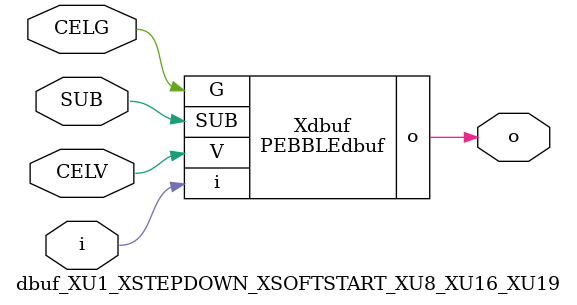
<source format=v>



module PEBBLEdbuf ( o, G, SUB, V, i );

  input V;
  input i;
  input G;
  output o;
  input SUB;
endmodule

//Celera Confidential Do Not Copy dbuf_XU1_XSTEPDOWN_XSOFTSTART_XU8_XU16_XU19
//Celera Confidential Symbol Generator
//Digital Buffer
module dbuf_XU1_XSTEPDOWN_XSOFTSTART_XU8_XU16_XU19 (CELV,CELG,i,o,SUB);
input CELV;
input CELG;
input i;
input SUB;
output o;

//Celera Confidential Do Not Copy dbuf
PEBBLEdbuf Xdbuf(
.V (CELV),
.i (i),
.o (o),
.SUB (SUB),
.G (CELG)
);
//,diesize,PEBBLEdbuf

//Celera Confidential Do Not Copy Module End
//Celera Schematic Generator
endmodule

</source>
